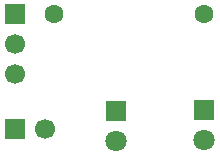
<source format=gbr>
%TF.GenerationSoftware,KiCad,Pcbnew,9.0.6-9.0.6~ubuntu24.04.1*%
%TF.CreationDate,2025-12-18T10:31:20+07:00*%
%TF.ProjectId,lamp,6c616d70-2e6b-4696-9361-645f70636258,rev?*%
%TF.SameCoordinates,Original*%
%TF.FileFunction,Soldermask,Top*%
%TF.FilePolarity,Negative*%
%FSLAX46Y46*%
G04 Gerber Fmt 4.6, Leading zero omitted, Abs format (unit mm)*
G04 Created by KiCad (PCBNEW 9.0.6-9.0.6~ubuntu24.04.1) date 2025-12-18 10:31:20*
%MOMM*%
%LPD*%
G01*
G04 APERTURE LIST*
%ADD10C,1.600000*%
%ADD11R,1.800000X1.800000*%
%ADD12C,1.800000*%
%ADD13R,1.700000X1.700000*%
%ADD14C,1.700000*%
G04 APERTURE END LIST*
D10*
%TO.C,R1*%
X121800000Y-101500000D03*
X134500000Y-101500000D03*
%TD*%
D11*
%TO.C,D2*%
X127000000Y-109662500D03*
D12*
X127000000Y-112202500D03*
%TD*%
D13*
%TO.C,J1*%
X118500000Y-111225000D03*
D14*
X121040000Y-111225000D03*
%TD*%
D11*
%TO.C,D1*%
X134500000Y-109637500D03*
D12*
X134500000Y-112177500D03*
%TD*%
D13*
%TO.C,J2*%
X118500000Y-101460000D03*
D14*
X118500000Y-104000000D03*
X118500000Y-106540000D03*
%TD*%
M02*

</source>
